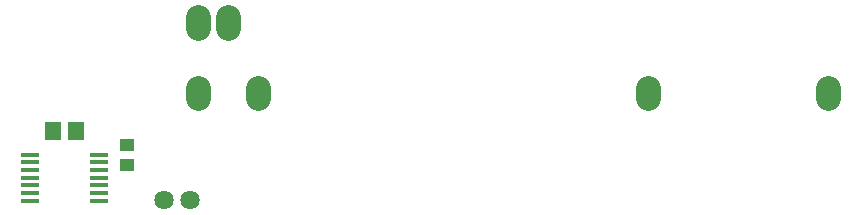
<source format=gbr>
G04 EAGLE Gerber RS-274X export*
G75*
%MOMM*%
%FSLAX34Y34*%
%LPD*%
%INSoldermask Top*%
%IPPOS*%
%AMOC8*
5,1,8,0,0,1.08239X$1,22.5*%
G01*
%ADD10C,2.127000*%
%ADD11R,1.427000X1.627000*%
%ADD12R,1.627000X0.431800*%
%ADD13R,1.227000X1.127000*%
%ADD14C,1.627000*%


D10*
X165100Y107950D02*
X165100Y99060D01*
X165100Y158750D02*
X165100Y167640D01*
X215900Y107950D02*
X215900Y99060D01*
X546100Y99060D02*
X546100Y107950D01*
X190500Y158750D02*
X190500Y167640D01*
X698500Y107950D02*
X698500Y99060D01*
D11*
X42570Y71755D03*
X61570Y71755D03*
D12*
X23070Y51250D03*
X23070Y44750D03*
X23070Y38250D03*
X23070Y31750D03*
X23070Y25250D03*
X23070Y18750D03*
X23070Y12250D03*
X81070Y12250D03*
X81070Y18750D03*
X81070Y25250D03*
X81070Y31750D03*
X81070Y38250D03*
X81070Y44750D03*
X81070Y51250D03*
D13*
X104775Y42750D03*
X104775Y59750D03*
D14*
X136525Y12700D03*
X158750Y12700D03*
M02*

</source>
